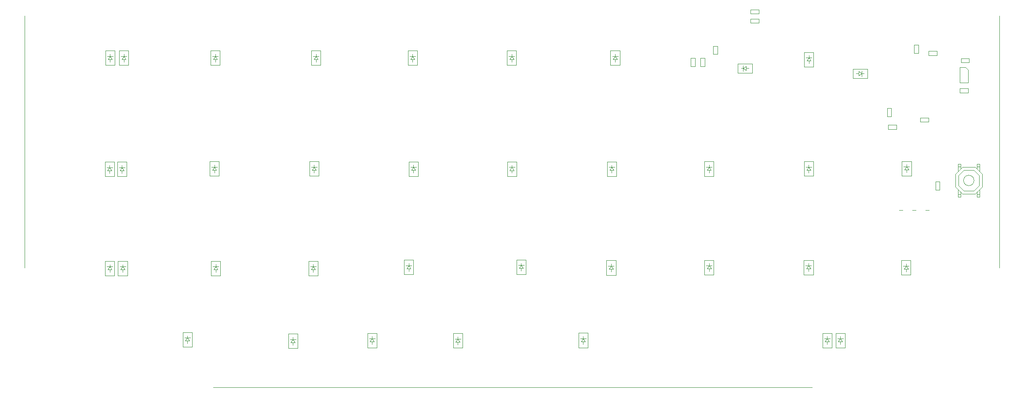
<source format=gbr>
G04 #@! TF.GenerationSoftware,KiCad,Pcbnew,(5.99.0-2555-g9cc6a77cc-dirty)*
G04 #@! TF.CreationDate,2020-09-08T07:39:35-05:00*
G04 #@! TF.ProjectId,_33,5f33332e-6b69-4636-9164-5f7063625858,rev?*
G04 #@! TF.SameCoordinates,Original*
G04 #@! TF.FileFunction,AssemblyDrawing,Bot*
%FSLAX46Y46*%
G04 Gerber Fmt 4.6, Leading zero omitted, Abs format (unit mm)*
G04 Created by KiCad (PCBNEW (5.99.0-2555-g9cc6a77cc-dirty)) date 2020-09-08 07:39:35*
%MOMM*%
%LPD*%
G01*
G04 APERTURE LIST*
G04 #@! TA.AperFunction,Profile*
%ADD10C,0.050000*%
G04 #@! TD*
G04 #@! TA.AperFunction,Profile*
%ADD11C,0.100000*%
G04 #@! TD*
%ADD12C,0.060000*%
%ADD13C,0.150000*%
%ADD14C,0.075000*%
%ADD15C,0.080000*%
%ADD16C,0.100000*%
G04 APERTURE END LIST*
D10*
X241750000Y-48140000D02*
G75*
G02*
X244000199Y-50390199I0J-2250199D02*
G01*
X182420000Y-48160000D02*
X97178803Y-48212991D02*
X227600000Y-121950000D02*
X216250000Y-121940000D02*
X84250000Y-121887009D02*
X72680000Y-121910000D02*
X207910222Y-121897009D02*
G75*
G02*
X216250000Y-121940000I4169778J-42991D02*
G01*
X72680000Y-121910000D02*
G75*
G02*
X70670000Y-119900000I0J2010000D02*
G01*
X231620000Y-100890000D02*
X241980000Y-100890000D02*
X241980000Y-100890000D02*
G75*
G03*
X243990000Y-98880000I0J2010000D02*
G01*
X229610000Y-119940000D02*
X229610000Y-102900000D02*
X231620000Y-100890000D02*
G75*
G03*
X229610000Y-102900000I0J-2010000D02*
G01*
X227600000Y-121950000D02*
G75*
G03*
X229610000Y-119940000I0J2010000D02*
G01*
X56289801Y-50410000D02*
G75*
G02*
X58540000Y-48159801I2250199J0D02*
G01*
D11*
X56290000Y-98880000D02*
X56289801Y-50410000D01*
D10*
X68660000Y-100890000D02*
G75*
G02*
X70670000Y-102900000I0J-2010000D02*
G01*
X211489778Y-48182991D02*
G75*
G02*
X203150000Y-48140000I-4169778J42991D02*
G01*
X58540000Y-48159801D02*
X88839025Y-48170000D02*
X84250000Y-121887009D02*
G75*
G02*
X92589778Y-121930000I4169778J-42991D02*
G01*
D11*
X244000199Y-50390199D02*
X243990000Y-98880000D01*
D10*
X58300000Y-100890000D02*
G75*
G02*
X56290000Y-98880000I0J2010000D02*
G01*
X182420000Y-48160000D02*
X182420000Y-45500000D02*
X241750000Y-48140000D02*
X211489778Y-48182991D02*
D11*
X207910222Y-121897009D02*
X92589778Y-121930000D01*
D10*
X68660000Y-100890000D02*
X58300000Y-100890000D02*
X182420000Y-45500000D02*
X193510000Y-45500000D02*
X97178803Y-48212991D02*
G75*
G02*
X88839025Y-48170000I-4169778J42991D02*
G01*
X70670000Y-119900000D02*
X70670000Y-102900000D02*
X193510000Y-45500000D02*
X193510000Y-48160000D02*
X193510000Y-48160000D02*
X203150000Y-48140000D02*
D12*
X231266666Y-57742857D02*
X231285714Y-57761904D02*
X231342857Y-57780952D02*
X231380952Y-57780952D02*
X231438095Y-57761904D02*
X231476190Y-57723809D02*
X231495238Y-57685714D02*
X231514285Y-57609523D02*
X231514285Y-57552380D02*
X231495238Y-57476190D02*
X231476190Y-57438095D02*
X231438095Y-57400000D02*
X231380952Y-57380952D02*
X231342857Y-57380952D02*
X231285714Y-57400000D02*
X231266666Y-57419047D02*
X230885714Y-57780952D02*
X231114285Y-57780952D02*
X231000000Y-57780952D02*
X231000000Y-57380952D02*
X231038095Y-57438095D02*
X231076190Y-57476190D02*
X231114285Y-57495238D02*
X237454166Y-59142857D02*
X237473214Y-59161904D02*
X237530357Y-59180952D02*
X237568452Y-59180952D02*
X237625595Y-59161904D02*
X237663690Y-59123809D02*
X237682738Y-59085714D02*
X237701785Y-59009523D02*
X237701785Y-58952380D02*
X237682738Y-58876190D02*
X237663690Y-58838095D02*
X237625595Y-58800000D02*
X237568452Y-58780952D02*
X237530357Y-58780952D02*
X237473214Y-58800000D02*
X237454166Y-58819047D02*
X237320833Y-58780952D02*
X237073214Y-58780952D02*
X237206547Y-58933333D02*
X237149404Y-58933333D02*
X237111309Y-58952380D02*
X237092261Y-58971428D02*
X237073214Y-59009523D02*
X237073214Y-59104761D02*
X237092261Y-59142857D02*
X237111309Y-59161904D02*
X237149404Y-59180952D02*
X237263690Y-59180952D02*
X237301785Y-59161904D02*
X237320833Y-59142857D02*
X228142857Y-56733333D02*
X228161904Y-56714285D02*
X228180952Y-56657142D02*
X228180952Y-56619047D02*
X228161904Y-56561904D02*
X228123809Y-56523809D02*
X228085714Y-56504761D02*
X228009523Y-56485714D02*
X227952380Y-56485714D02*
X227876190Y-56504761D02*
X227838095Y-56523809D02*
X227800000Y-56561904D02*
X227780952Y-56619047D02*
X227780952Y-56657142D02*
X227800000Y-56714285D02*
X227819047Y-56733333D02*
X227914285Y-57076190D02*
X228180952Y-57076190D02*
X227761904Y-56980952D02*
X228047619Y-56885714D02*
X228047619Y-57133333D02*
X237254166Y-64942857D02*
X237273214Y-64961904D02*
X237330357Y-64980952D02*
X237368452Y-64980952D02*
X237425595Y-64961904D02*
X237463690Y-64923809D02*
X237482738Y-64885714D02*
X237501785Y-64809523D02*
X237501785Y-64752380D02*
X237482738Y-64676190D02*
X237463690Y-64638095D02*
X237425595Y-64600000D02*
X237368452Y-64580952D02*
X237330357Y-64580952D02*
X237273214Y-64600000D02*
X237254166Y-64619047D02*
X236911309Y-64580952D02*
X236987500Y-64580952D02*
X237025595Y-64600000D02*
X237044642Y-64619047D02*
X237082738Y-64676190D02*
X237101785Y-64752380D02*
X237101785Y-64904761D02*
X237082738Y-64942857D02*
X237063690Y-64961904D02*
X237025595Y-64980952D02*
X236949404Y-64980952D02*
X236911309Y-64961904D02*
X236892261Y-64942857D02*
X236873214Y-64904761D02*
X236873214Y-64809523D02*
X236892261Y-64771428D02*
X236911309Y-64752380D02*
X236949404Y-64733333D02*
X237025595Y-64733333D02*
X237063690Y-64752380D02*
X237082738Y-64771428D02*
X237101785Y-64809523D02*
X222942857Y-68933333D02*
X222961904Y-68914285D02*
X222980952Y-68857142D02*
X222980952Y-68819047D02*
X222961904Y-68761904D02*
X222923809Y-68723809D02*
X222885714Y-68704761D02*
X222809523Y-68685714D02*
X222752380Y-68685714D02*
X222676190Y-68704761D02*
X222638095Y-68723809D02*
X222600000Y-68761904D02*
X222580952Y-68819047D02*
X222580952Y-68857142D02*
X222600000Y-68914285D02*
X222619047Y-68933333D02*
X222580952Y-69066666D02*
X222580952Y-69333333D02*
X222980952Y-69161904D02*
X223466666Y-71942857D02*
X223485714Y-71961904D02*
X223542857Y-71980952D02*
X223580952Y-71980952D02*
X223638095Y-71961904D02*
X223676190Y-71923809D02*
X223695238Y-71885714D02*
X223714285Y-71809523D02*
X223714285Y-71752380D02*
X223695238Y-71676190D02*
X223676190Y-71638095D02*
X223638095Y-71600000D02*
X223580952Y-71580952D02*
X223542857Y-71580952D02*
X223485714Y-71600000D02*
X223466666Y-71619047D02*
X223238095Y-71752380D02*
X223276190Y-71733333D02*
X223295238Y-71714285D02*
X223314285Y-71676190D02*
X223314285Y-71657142D02*
X223295238Y-71619047D02*
X223276190Y-71600000D02*
X223238095Y-71580952D02*
X223161904Y-71580952D02*
X223123809Y-71600000D02*
X223104761Y-71619047D02*
X223085714Y-71657142D02*
X223085714Y-71676190D02*
X223104761Y-71714285D02*
X223123809Y-71733333D02*
X223161904Y-71752380D02*
X223238095Y-71752380D02*
X223276190Y-71771428D02*
X223295238Y-71790476D02*
X223314285Y-71828571D02*
X223314285Y-71904761D02*
X223295238Y-71942857D02*
X223276190Y-71961904D02*
X223238095Y-71980952D02*
X223161904Y-71980952D02*
X223123809Y-71961904D02*
X223104761Y-71942857D02*
X223085714Y-71904761D02*
X223085714Y-71828571D02*
X223104761Y-71790476D02*
X223123809Y-71771428D02*
X223161904Y-71752380D02*
D13*
X166897619Y-81104285D02*
X167897619Y-81104285D02*
X167897619Y-80866190D02*
X167850000Y-80723333D02*
X167754761Y-80628095D02*
X167659523Y-80580476D02*
X167469047Y-80532857D02*
X167326190Y-80532857D02*
X167135714Y-80580476D02*
X167040476Y-80628095D02*
X166945238Y-80723333D02*
X166897619Y-80866190D02*
X166897619Y-81104285D02*
X167802380Y-80151904D02*
X167850000Y-80104285D02*
X167897619Y-80009047D02*
X167897619Y-79770952D02*
X167850000Y-79675714D02*
X167802380Y-79628095D02*
X167707142Y-79580476D02*
X167611904Y-79580476D02*
X167469047Y-79628095D02*
X166897619Y-80199523D02*
X166897619Y-79580476D02*
X167802380Y-79199523D02*
X167850000Y-79151904D02*
X167897619Y-79056666D02*
X167897619Y-78818571D02*
X167850000Y-78723333D02*
X167802380Y-78675714D02*
X167707142Y-78628095D02*
X167611904Y-78628095D02*
X167469047Y-78675714D02*
X166897619Y-79247142D02*
X166897619Y-78628095D02*
X185647619Y-100044285D02*
X186647619Y-100044285D02*
X186647619Y-99806190D02*
X186600000Y-99663333D02*
X186504761Y-99568095D02*
X186409523Y-99520476D02*
X186219047Y-99472857D02*
X186076190Y-99472857D02*
X185885714Y-99520476D02*
X185790476Y-99568095D02*
X185695238Y-99663333D02*
X185647619Y-99806190D02*
X185647619Y-100044285D02*
X186552380Y-99091904D02*
X186600000Y-99044285D02*
X186647619Y-98949047D02*
X186647619Y-98710952D02*
X186600000Y-98615714D02*
X186552380Y-98568095D02*
X186457142Y-98520476D02*
X186361904Y-98520476D02*
X186219047Y-98568095D02*
X185647619Y-99139523D02*
X185647619Y-98520476D02*
X186647619Y-97663333D02*
X186647619Y-97853809D02*
X186600000Y-97949047D02*
X186552380Y-97996666D02*
X186409523Y-98091904D02*
X186219047Y-98139523D02*
X185838095Y-98139523D02*
X185742857Y-98091904D02*
X185695238Y-98044285D02*
X185647619Y-97949047D02*
X185647619Y-97758571D02*
X185695238Y-97663333D02*
X185742857Y-97615714D02*
X185838095Y-97568095D02*
X186076190Y-97568095D02*
X186171428Y-97615714D02*
X186219047Y-97663333D02*
X186266666Y-97758571D02*
X186266666Y-97949047D02*
X186219047Y-98044285D02*
X186171428Y-98091904D02*
X186076190Y-98139523D02*
X147657619Y-81124285D02*
X148657619Y-81124285D02*
X148657619Y-80886190D02*
X148610000Y-80743333D02*
X148514761Y-80648095D02*
X148419523Y-80600476D02*
X148229047Y-80552857D02*
X148086190Y-80552857D02*
X147895714Y-80600476D02*
X147800476Y-80648095D02*
X147705238Y-80743333D02*
X147657619Y-80886190D02*
X147657619Y-81124285D02*
X148562380Y-80171904D02*
X148610000Y-80124285D02*
X148657619Y-80029047D02*
X148657619Y-79790952D02*
X148610000Y-79695714D02*
X148562380Y-79648095D02*
X148467142Y-79600476D02*
X148371904Y-79600476D02*
X148229047Y-79648095D02*
X147657619Y-80219523D02*
X147657619Y-79600476D02*
X148657619Y-78981428D02*
X148657619Y-78886190D02*
X148610000Y-78790952D02*
X148562380Y-78743333D02*
X148467142Y-78695714D02*
X148276666Y-78648095D02*
X148038571Y-78648095D02*
X147848095Y-78695714D02*
X147752857Y-78743333D02*
X147705238Y-78790952D02*
X147657619Y-78886190D02*
X147657619Y-78981428D02*
X147705238Y-79076666D02*
X147752857Y-79124285D02*
X147848095Y-79171904D02*
X148038571Y-79219523D02*
X148276666Y-79219523D02*
X148467142Y-79171904D02*
X148562380Y-79124285D02*
X148610000Y-79076666D02*
X148657619Y-78981428D02*
X167547619Y-59714285D02*
X168547619Y-59714285D02*
X168547619Y-59476190D02*
X168500000Y-59333333D02*
X168404761Y-59238095D02*
X168309523Y-59190476D02*
X168119047Y-59142857D02*
X167976190Y-59142857D02*
X167785714Y-59190476D02*
X167690476Y-59238095D02*
X167595238Y-59333333D02*
X167547619Y-59476190D02*
X167547619Y-59714285D02*
X168452380Y-58761904D02*
X168500000Y-58714285D02*
X168547619Y-58619047D02*
X168547619Y-58380952D02*
X168500000Y-58285714D02*
X168452380Y-58238095D02*
X168357142Y-58190476D02*
X168261904Y-58190476D02*
X168119047Y-58238095D02*
X167547619Y-58809523D02*
X167547619Y-58190476D02*
X167547619Y-57238095D02*
X167547619Y-57809523D02*
X167547619Y-57523809D02*
X168547619Y-57523809D02*
X168404761Y-57619047D02*
X168309523Y-57714285D02*
X168261904Y-57809523D02*
X109397619Y-100214285D02*
X110397619Y-100214285D02*
X110397619Y-99976190D02*
X110350000Y-99833333D02*
X110254761Y-99738095D02*
X110159523Y-99690476D02*
X109969047Y-99642857D02*
X109826190Y-99642857D02*
X109635714Y-99690476D02*
X109540476Y-99738095D02*
X109445238Y-99833333D02*
X109397619Y-99976190D02*
X109397619Y-100214285D02*
X109397619Y-98690476D02*
X109397619Y-99261904D02*
X109397619Y-98976190D02*
X110397619Y-98976190D02*
X110254761Y-99071428D02*
X110159523Y-99166666D02*
X110111904Y-99261904D02*
X110397619Y-98357142D02*
X110397619Y-97738095D02*
X110016666Y-98071428D02*
X110016666Y-97928571D02*
X109969047Y-97833333D02*
X109921428Y-97785714D02*
X109826190Y-97738095D02*
X109588095Y-97738095D02*
X109492857Y-97785714D02*
X109445238Y-97833333D02*
X109397619Y-97928571D02*
X109397619Y-98214285D02*
X109445238Y-98309523D02*
X109492857Y-98357142D02*
X210907619Y-114114285D02*
X211907619Y-114114285D02*
X211907619Y-113876190D02*
X211860000Y-113733333D02*
X211764761Y-113638095D02*
X211669523Y-113590476D02*
X211479047Y-113542857D02*
X211336190Y-113542857D02*
X211145714Y-113590476D02*
X211050476Y-113638095D02*
X210955238Y-113733333D02*
X210907619Y-113876190D02*
X210907619Y-114114285D02*
X211907619Y-113209523D02*
X211907619Y-112590476D02*
X211526666Y-112923809D02*
X211526666Y-112780952D02*
X211479047Y-112685714D02*
X211431428Y-112638095D02*
X211336190Y-112590476D02*
X211098095Y-112590476D02*
X211002857Y-112638095D02*
X210955238Y-112685714D02*
X210907619Y-112780952D02*
X210907619Y-113066666D02*
X210955238Y-113161904D02*
X211002857Y-113209523D02*
X211907619Y-111971428D02*
X211907619Y-111876190D02*
X211860000Y-111780952D02*
X211812380Y-111733333D02*
X211717142Y-111685714D02*
X211526666Y-111638095D02*
X211288571Y-111638095D02*
X211098095Y-111685714D02*
X211002857Y-111733333D02*
X210955238Y-111780952D02*
X210907619Y-111876190D02*
X210907619Y-111971428D02*
X210955238Y-112066666D02*
X211002857Y-112114285D02*
X211098095Y-112161904D02*
X211288571Y-112209523D02*
X211526666Y-112209523D02*
X211717142Y-112161904D02*
X211812380Y-112114285D02*
X211860000Y-112066666D02*
X211907619Y-111971428D02*
X185627619Y-81074285D02*
X186627619Y-81074285D02*
X186627619Y-80836190D02*
X186580000Y-80693333D02*
X186484761Y-80598095D02*
X186389523Y-80550476D02*
X186199047Y-80502857D02*
X186056190Y-80502857D02*
X185865714Y-80550476D02*
X185770476Y-80598095D02*
X185675238Y-80693333D02*
X185627619Y-80836190D02*
X185627619Y-81074285D02*
X186532380Y-80121904D02*
X186580000Y-80074285D02*
X186627619Y-79979047D02*
X186627619Y-79740952D02*
X186580000Y-79645714D02*
X186532380Y-79598095D02*
X186437142Y-79550476D02*
X186341904Y-79550476D02*
X186199047Y-79598095D02*
X185627619Y-80169523D02*
X185627619Y-79550476D02*
X186627619Y-78645714D02*
X186627619Y-79121904D02*
X186151428Y-79169523D02*
X186199047Y-79121904D02*
X186246666Y-79026666D02*
X186246666Y-78788571D02*
X186199047Y-78693333D02*
X186151428Y-78645714D02*
X186056190Y-78598095D02*
X185818095Y-78598095D02*
X185722857Y-78645714D02*
X185675238Y-78693333D02*
X185627619Y-78788571D02*
X185627619Y-79026666D02*
X185675238Y-79121904D02*
X185722857Y-79169523D02*
X147627619Y-59714285D02*
X148627619Y-59714285D02*
X148627619Y-59476190D02*
X148580000Y-59333333D02*
X148484761Y-59238095D02*
X148389523Y-59190476D02*
X148199047Y-59142857D02*
X148056190Y-59142857D02*
X147865714Y-59190476D02*
X147770476Y-59238095D02*
X147675238Y-59333333D02*
X147627619Y-59476190D02*
X147627619Y-59714285D02*
X147627619Y-58190476D02*
X147627619Y-58761904D02*
X147627619Y-58476190D02*
X148627619Y-58476190D02*
X148484761Y-58571428D02*
X148389523Y-58666666D02*
X148341904Y-58761904D02*
X147627619Y-57714285D02*
X147627619Y-57523809D02*
X147675238Y-57428571D02*
X147722857Y-57380952D02*
X147865714Y-57285714D02*
X148056190Y-57238095D02*
X148437142Y-57238095D02*
X148532380Y-57285714D02*
X148580000Y-57333333D02*
X148627619Y-57428571D02*
X148627619Y-57619047D02*
X148580000Y-57714285D02*
X148532380Y-57761904D02*
X148437142Y-57809523D02*
X148199047Y-57809523D02*
X148103809Y-57761904D02*
X148056190Y-57714285D02*
X148008571Y-57619047D02*
X148008571Y-57428571D02*
X148056190Y-57333333D02*
X148103809Y-57285714D02*
X148199047Y-57238095D02*
X149447619Y-99994285D02*
X150447619Y-99994285D02*
X150447619Y-99756190D02*
X150400000Y-99613333D02*
X150304761Y-99518095D02*
X150209523Y-99470476D02*
X150019047Y-99422857D02*
X149876190Y-99422857D02*
X149685714Y-99470476D02*
X149590476Y-99518095D02*
X149495238Y-99613333D02*
X149447619Y-99756190D02*
X149447619Y-99994285D02*
X149447619Y-98470476D02*
X149447619Y-99041904D02*
X149447619Y-98756190D02*
X150447619Y-98756190D02*
X150304761Y-98851428D02*
X150209523Y-98946666D02*
X150161904Y-99041904D02*
X150019047Y-97899047D02*
X150066666Y-97994285D02*
X150114285Y-98041904D02*
X150209523Y-98089523D02*
X150257142Y-98089523D02*
X150352380Y-98041904D02*
X150400000Y-97994285D02*
X150447619Y-97899047D02*
X150447619Y-97708571D02*
X150400000Y-97613333D02*
X150352380Y-97565714D02*
X150257142Y-97518095D02*
X150209523Y-97518095D02*
X150114285Y-97565714D02*
X150066666Y-97613333D02*
X150019047Y-97708571D02*
X150019047Y-97899047D02*
X149971428Y-97994285D02*
X149923809Y-98041904D02*
X149828571Y-98089523D02*
X149638095Y-98089523D02*
X149542857Y-98041904D02*
X149495238Y-97994285D02*
X149447619Y-97899047D02*
X149447619Y-97708571D02*
X149495238Y-97613333D02*
X149542857Y-97565714D02*
X149638095Y-97518095D02*
X149828571Y-97518095D02*
X149923809Y-97565714D02*
X149971428Y-97613333D02*
X150019047Y-97708571D02*
X223667619Y-81014285D02*
X224667619Y-81014285D02*
X224667619Y-80776190D02*
X224620000Y-80633333D02*
X224524761Y-80538095D02*
X224429523Y-80490476D02*
X224239047Y-80442857D02*
X224096190Y-80442857D02*
X223905714Y-80490476D02*
X223810476Y-80538095D02*
X223715238Y-80633333D02*
X223667619Y-80776190D02*
X223667619Y-81014285D02*
X224667619Y-80109523D02*
X224667619Y-79490476D02*
X224286666Y-79823809D02*
X224286666Y-79680952D02*
X224239047Y-79585714D02*
X224191428Y-79538095D02*
X224096190Y-79490476D02*
X223858095Y-79490476D02*
X223762857Y-79538095D02*
X223715238Y-79585714D02*
X223667619Y-79680952D02*
X223667619Y-79966666D02*
X223715238Y-80061904D02*
X223762857Y-80109523D02*
X224572380Y-79109523D02*
X224620000Y-79061904D02*
X224667619Y-78966666D02*
X224667619Y-78728571D02*
X224620000Y-78633333D02*
X224572380Y-78585714D02*
X224477142Y-78538095D02*
X224381904Y-78538095D02*
X224239047Y-78585714D02*
X223667619Y-79157142D02*
X223667619Y-78538095D02*
X90547619Y-59238095D02*
X91547619Y-59238095D02*
X91547619Y-59000000D02*
X91500000Y-58857142D02*
X91404761Y-58761904D02*
X91309523Y-58714285D02*
X91119047Y-58666666D02*
X90976190Y-58666666D02*
X90785714Y-58714285D02*
X90690476Y-58761904D02*
X90595238Y-58857142D02*
X90547619Y-59000000D02*
X90547619Y-59238095D02*
X91119047Y-58095238D02*
X91166666Y-58190476D02*
X91214285Y-58238095D02*
X91309523Y-58285714D02*
X91357142Y-58285714D02*
X91452380Y-58238095D02*
X91500000Y-58190476D02*
X91547619Y-58095238D02*
X91547619Y-57904761D02*
X91500000Y-57809523D02*
X91452380Y-57761904D02*
X91357142Y-57714285D02*
X91309523Y-57714285D02*
X91214285Y-57761904D02*
X91166666Y-57809523D02*
X91119047Y-57904761D02*
X91119047Y-58095238D02*
X91071428Y-58190476D02*
X91023809Y-58238095D02*
X90928571Y-58285714D02*
X90738095Y-58285714D02*
X90642857Y-58238095D02*
X90595238Y-58190476D02*
X90547619Y-58095238D02*
X90547619Y-57904761D02*
X90595238Y-57809523D02*
X90642857Y-57761904D02*
X90738095Y-57714285D02*
X90928571Y-57714285D02*
X91023809Y-57761904D02*
X91071428Y-57809523D02*
X91119047Y-57904761D02*
X223577619Y-100094285D02*
X224577619Y-100094285D02*
X224577619Y-99856190D02*
X224530000Y-99713333D02*
X224434761Y-99618095D02*
X224339523Y-99570476D02*
X224149047Y-99522857D02*
X224006190Y-99522857D02*
X223815714Y-99570476D02*
X223720476Y-99618095D02*
X223625238Y-99713333D02*
X223577619Y-99856190D02*
X223577619Y-100094285D02*
X224577619Y-99189523D02*
X224577619Y-98570476D02*
X224196666Y-98903809D02*
X224196666Y-98760952D02*
X224149047Y-98665714D02*
X224101428Y-98618095D02*
X224006190Y-98570476D02*
X223768095Y-98570476D02*
X223672857Y-98618095D02*
X223625238Y-98665714D02*
X223577619Y-98760952D02*
X223577619Y-99046666D02*
X223625238Y-99141904D02*
X223672857Y-99189523D02*
X224577619Y-98237142D02*
X224577619Y-97618095D02*
X224196666Y-97951428D02*
X224196666Y-97808571D02*
X224149047Y-97713333D02*
X224101428Y-97665714D02*
X224006190Y-97618095D02*
X223768095Y-97618095D02*
X223672857Y-97665714D02*
X223625238Y-97713333D02*
X223577619Y-97808571D02*
X223577619Y-98094285D02*
X223625238Y-98189523D02*
X223672857Y-98237142D02*
X204827619Y-81064285D02*
X205827619Y-81064285D02*
X205827619Y-80826190D02*
X205780000Y-80683333D02*
X205684761Y-80588095D02*
X205589523Y-80540476D02*
X205399047Y-80492857D02*
X205256190Y-80492857D02*
X205065714Y-80540476D02*
X204970476Y-80588095D02*
X204875238Y-80683333D02*
X204827619Y-80826190D02*
X204827619Y-81064285D02*
X205732380Y-80111904D02*
X205780000Y-80064285D02*
X205827619Y-79969047D02*
X205827619Y-79730952D02*
X205780000Y-79635714D02*
X205732380Y-79588095D02*
X205637142Y-79540476D02*
X205541904Y-79540476D02*
X205399047Y-79588095D02*
X204827619Y-80159523D02*
X204827619Y-79540476D02*
X205399047Y-78969047D02*
X205446666Y-79064285D02*
X205494285Y-79111904D02*
X205589523Y-79159523D02*
X205637142Y-79159523D02*
X205732380Y-79111904D02*
X205780000Y-79064285D02*
X205827619Y-78969047D02*
X205827619Y-78778571D02*
X205780000Y-78683333D02*
X205732380Y-78635714D02*
X205637142Y-78588095D02*
X205589523Y-78588095D02*
X205494285Y-78635714D02*
X205446666Y-78683333D02*
X205399047Y-78778571D02*
X205399047Y-78969047D02*
X205351428Y-79064285D02*
X205303809Y-79111904D02*
X205208571Y-79159523D02*
X205018095Y-79159523D02*
X204922857Y-79111904D02*
X204875238Y-79064285D02*
X204827619Y-78969047D02*
X204827619Y-78778571D02*
X204875238Y-78683333D02*
X204922857Y-78635714D02*
X205018095Y-78588095D02*
X205208571Y-78588095D02*
X205303809Y-78635714D02*
X205351428Y-78683333D02*
X205399047Y-78778571D02*
X196214285Y-62952380D02*
X196214285Y-61952380D02*
X195976190Y-61952380D02*
X195833333Y-62000000D02*
X195738095Y-62095238D02*
X195690476Y-62190476D02*
X195642857Y-62380952D02*
X195642857Y-62523809D02*
X195690476Y-62714285D02*
X195738095Y-62809523D02*
X195833333Y-62904761D02*
X195976190Y-62952380D02*
X196214285Y-62952380D02*
X195261904Y-62047619D02*
X195214285Y-62000000D02*
X195119047Y-61952380D02*
X194880952Y-61952380D02*
X194785714Y-62000000D02*
X194738095Y-62047619D02*
X194690476Y-62142857D02*
X194690476Y-62238095D02*
X194738095Y-62380952D02*
X195309523Y-62952380D02*
X194690476Y-62952380D02*
X193833333Y-62285714D02*
X193833333Y-62952380D02*
X194071428Y-61904761D02*
X194309523Y-62619047D02*
X193690476Y-62619047D02*
X73622380Y-98291904D02*
X72622380Y-98291904D02*
X72622380Y-98530000D02*
X72670000Y-98672857D02*
X72765238Y-98768095D02*
X72860476Y-98815714D02*
X73050952Y-98863333D02*
X73193809Y-98863333D02*
X73384285Y-98815714D02*
X73479523Y-98768095D02*
X73574761Y-98672857D02*
X73622380Y-98530000D02*
X73622380Y-98291904D02*
X72622380Y-99720476D02*
X72622380Y-99530000D02*
X72670000Y-99434761D02*
X72717619Y-99387142D02*
X72860476Y-99291904D02*
X73050952Y-99244285D02*
X73431904Y-99244285D02*
X73527142Y-99291904D02*
X73574761Y-99339523D02*
X73622380Y-99434761D02*
X73622380Y-99625238D02*
X73574761Y-99720476D02*
X73527142Y-99768095D02*
X73431904Y-99815714D02*
X73193809Y-99815714D02*
X73098571Y-99768095D02*
X73050952Y-99720476D02*
X73003333Y-99625238D02*
X73003333Y-99434761D02*
X73050952Y-99339523D02*
X73098571Y-99291904D02*
X73193809Y-99244285D02*
X137247619Y-114154285D02*
X138247619Y-114154285D02*
X138247619Y-113916190D02*
X138200000Y-113773333D02*
X138104761Y-113678095D02*
X138009523Y-113630476D02*
X137819047Y-113582857D02*
X137676190Y-113582857D02*
X137485714Y-113630476D02*
X137390476Y-113678095D02*
X137295238Y-113773333D02*
X137247619Y-113916190D02*
X137247619Y-114154285D02*
X137247619Y-112630476D02*
X137247619Y-113201904D02*
X137247619Y-112916190D02*
X138247619Y-112916190D02*
X138104761Y-113011428D02*
X138009523Y-113106666D02*
X137961904Y-113201904D02*
X138247619Y-112297142D02*
X138247619Y-111630476D02*
X137247619Y-112059047D02*
X109577619Y-81054285D02*
X110577619Y-81054285D02*
X110577619Y-80816190D02*
X110530000Y-80673333D02*
X110434761Y-80578095D02*
X110339523Y-80530476D02*
X110149047Y-80482857D02*
X110006190Y-80482857D02*
X109815714Y-80530476D02*
X109720476Y-80578095D02*
X109625238Y-80673333D02*
X109577619Y-80816190D02*
X109577619Y-81054285D02*
X109577619Y-79530476D02*
X109577619Y-80101904D02*
X109577619Y-79816190D02*
X110577619Y-79816190D02*
X110434761Y-79911428D02*
X110339523Y-80006666D02*
X110291904Y-80101904D02*
X110482380Y-79149523D02*
X110530000Y-79101904D02*
X110577619Y-79006666D02*
X110577619Y-78768571D02*
X110530000Y-78673333D02*
X110482380Y-78625714D02*
X110387142Y-78578095D02*
X110291904Y-78578095D02*
X110149047Y-78625714D02*
X109577619Y-79197142D02*
X109577619Y-78578095D02*
X128547619Y-59714285D02*
X129547619Y-59714285D02*
X129547619Y-59476190D02*
X129500000Y-59333333D02*
X129404761Y-59238095D02*
X129309523Y-59190476D02*
X129119047Y-59142857D02*
X128976190Y-59142857D02*
X128785714Y-59190476D02*
X128690476Y-59238095D02*
X128595238Y-59333333D02*
X128547619Y-59476190D02*
X128547619Y-59714285D02*
X128547619Y-58190476D02*
X128547619Y-58761904D02*
X128547619Y-58476190D02*
X129547619Y-58476190D02*
X129404761Y-58571428D02*
X129309523Y-58666666D02*
X129261904Y-58761904D02*
X129214285Y-57333333D02*
X128547619Y-57333333D02*
X129595238Y-57571428D02*
X128880952Y-57809523D02*
X128880952Y-57190476D02*
X127807619Y-100014285D02*
X128807619Y-100014285D02*
X128807619Y-99776190D02*
X128760000Y-99633333D02*
X128664761Y-99538095D02*
X128569523Y-99490476D02*
X128379047Y-99442857D02*
X128236190Y-99442857D02*
X128045714Y-99490476D02*
X127950476Y-99538095D02*
X127855238Y-99633333D02*
X127807619Y-99776190D02*
X127807619Y-100014285D02*
X127807619Y-98490476D02*
X127807619Y-99061904D02*
X127807619Y-98776190D02*
X128807619Y-98776190D02*
X128664761Y-98871428D02*
X128569523Y-98966666D02*
X128521904Y-99061904D02*
X128807619Y-97633333D02*
X128807619Y-97823809D02*
X128760000Y-97919047D02*
X128712380Y-97966666D02*
X128569523Y-98061904D02*
X128379047Y-98109523D02*
X127998095Y-98109523D02*
X127902857Y-98061904D02*
X127855238Y-98014285D02*
X127807619Y-97919047D02*
X127807619Y-97728571D02*
X127855238Y-97633333D02*
X127902857Y-97585714D02*
X127998095Y-97538095D02*
X128236190Y-97538095D02*
X128331428Y-97585714D02*
X128379047Y-97633333D02*
X128426666Y-97728571D02*
X128426666Y-97919047D02*
X128379047Y-98014285D02*
X128331428Y-98061904D02*
X128236190Y-98109523D02*
X128707619Y-81094285D02*
X129707619Y-81094285D02*
X129707619Y-80856190D02*
X129660000Y-80713333D02*
X129564761Y-80618095D02*
X129469523Y-80570476D02*
X129279047Y-80522857D02*
X129136190Y-80522857D02*
X128945714Y-80570476D02*
X128850476Y-80618095D02*
X128755238Y-80713333D02*
X128707619Y-80856190D02*
X128707619Y-81094285D02*
X128707619Y-79570476D02*
X128707619Y-80141904D02*
X128707619Y-79856190D02*
X129707619Y-79856190D02*
X129564761Y-79951428D02*
X129469523Y-80046666D02*
X129421904Y-80141904D02*
X129707619Y-78665714D02*
X129707619Y-79141904D02*
X129231428Y-79189523D02*
X129279047Y-79141904D02*
X129326666Y-79046666D02*
X129326666Y-78808571D02*
X129279047Y-78713333D02*
X129231428Y-78665714D02*
X129136190Y-78618095D02*
X128898095Y-78618095D02*
X128802857Y-78665714D02*
X128755238Y-78713333D02*
X128707619Y-78808571D02*
X128707619Y-79046666D02*
X128755238Y-79141904D02*
X128802857Y-79189523D02*
X218384285Y-59952380D02*
X218384285Y-58952380D02*
X218146190Y-58952380D02*
X218003333Y-59000000D02*
X217908095Y-59095238D02*
X217860476Y-59190476D02*
X217812857Y-59380952D02*
X217812857Y-59523809D02*
X217860476Y-59714285D02*
X217908095Y-59809523D02*
X218003333Y-59904761D02*
X218146190Y-59952380D02*
X218384285Y-59952380D02*
X217479523Y-58952380D02*
X216860476Y-58952380D02*
X217193809Y-59333333D02*
X217050952Y-59333333D02*
X216955714Y-59380952D02*
X216908095Y-59428571D02*
X216860476Y-59523809D02*
X216860476Y-59761904D02*
X216908095Y-59857142D02*
X216955714Y-59904761D02*
X217050952Y-59952380D02*
X217336666Y-59952380D02*
X217431904Y-59904761D02*
X217479523Y-59857142D02*
X215908095Y-59952380D02*
X216479523Y-59952380D02*
X216193809Y-59952380D02*
X216193809Y-58952380D02*
X216289047Y-59095238D02*
X216384285Y-59190476D02*
X216479523Y-59238095D02*
X90637619Y-100214285D02*
X91637619Y-100214285D02*
X91637619Y-99976190D02*
X91590000Y-99833333D02*
X91494761Y-99738095D02*
X91399523Y-99690476D02*
X91209047Y-99642857D02*
X91066190Y-99642857D02*
X90875714Y-99690476D02*
X90780476Y-99738095D02*
X90685238Y-99833333D02*
X90637619Y-99976190D02*
X90637619Y-100214285D02*
X90637619Y-98690476D02*
X90637619Y-99261904D02*
X90637619Y-98976190D02*
X91637619Y-98976190D02*
X91494761Y-99071428D02*
X91399523Y-99166666D02*
X91351904Y-99261904D02*
X91637619Y-98071428D02*
X91637619Y-97976190D02*
X91590000Y-97880952D02*
X91542380Y-97833333D02*
X91447142Y-97785714D02*
X91256666Y-97738095D02*
X91018571Y-97738095D02*
X90828095Y-97785714D02*
X90732857Y-97833333D02*
X90685238Y-97880952D02*
X90637619Y-97976190D02*
X90637619Y-98071428D02*
X90685238Y-98166666D02*
X90732857Y-98214285D02*
X90828095Y-98261904D02*
X91018571Y-98309523D02*
X91256666Y-98309523D02*
X91447142Y-98261904D02*
X91542380Y-98214285D02*
X91590000Y-98166666D02*
X91637619Y-98071428D02*
X70187619Y-80668095D02*
X71187619Y-80668095D02*
X71187619Y-80430000D02*
X71140000Y-80287142D02*
X71044761Y-80191904D02*
X70949523Y-80144285D02*
X70759047Y-80096666D02*
X70616190Y-80096666D02*
X70425714Y-80144285D02*
X70330476Y-80191904D02*
X70235238Y-80287142D02*
X70187619Y-80430000D02*
X70187619Y-80668095D02*
X71092380Y-79715714D02*
X71140000Y-79668095D02*
X71187619Y-79572857D02*
X71187619Y-79334761D02*
X71140000Y-79239523D02*
X71092380Y-79191904D02*
X70997142Y-79144285D02*
X70901904Y-79144285D02*
X70759047Y-79191904D02*
X70187619Y-79763333D02*
X70187619Y-79144285D02*
X109927619Y-59714285D02*
X110927619Y-59714285D02*
X110927619Y-59476190D02*
X110880000Y-59333333D02*
X110784761Y-59238095D02*
X110689523Y-59190476D02*
X110499047Y-59142857D02*
X110356190Y-59142857D02*
X110165714Y-59190476D02*
X110070476Y-59238095D02*
X109975238Y-59333333D02*
X109927619Y-59476190D02*
X109927619Y-59714285D02*
X109927619Y-58190476D02*
X109927619Y-58761904D02*
X109927619Y-58476190D02*
X110927619Y-58476190D02*
X110784761Y-58571428D02*
X110689523Y-58666666D02*
X110641904Y-58761904D02*
X109927619Y-57238095D02*
X109927619Y-57809523D02*
X109927619Y-57523809D02*
X110927619Y-57523809D02*
X110784761Y-57619047D02*
X110689523Y-57714285D02*
X110641904Y-57809523D02*
X204787619Y-100044285D02*
X205787619Y-100044285D02*
X205787619Y-99806190D02*
X205740000Y-99663333D02*
X205644761Y-99568095D02*
X205549523Y-99520476D02*
X205359047Y-99472857D02*
X205216190Y-99472857D02*
X205025714Y-99520476D02*
X204930476Y-99568095D02*
X204835238Y-99663333D02*
X204787619Y-99806190D02*
X204787619Y-100044285D02*
X205692380Y-99091904D02*
X205740000Y-99044285D02*
X205787619Y-98949047D02*
X205787619Y-98710952D02*
X205740000Y-98615714D02*
X205692380Y-98568095D02*
X205597142Y-98520476D02*
X205501904Y-98520476D02*
X205359047Y-98568095D02*
X204787619Y-99139523D02*
X204787619Y-98520476D02*
X204787619Y-98044285D02*
X204787619Y-97853809D02*
X204835238Y-97758571D02*
X204882857Y-97710952D02*
X205025714Y-97615714D02*
X205216190Y-97568095D02*
X205597142Y-97568095D02*
X205692380Y-97615714D02*
X205740000Y-97663333D02*
X205787619Y-97758571D02*
X205787619Y-97949047D02*
X205740000Y-98044285D02*
X205692380Y-98091904D02*
X205597142Y-98139523D02*
X205359047Y-98139523D02*
X205263809Y-98091904D02*
X205216190Y-98044285D02*
X205168571Y-97949047D02*
X205168571Y-97758571D02*
X205216190Y-97663333D02*
X205263809Y-97615714D02*
X205359047Y-97568095D02*
X90377619Y-80578095D02*
X91377619Y-80578095D02*
X91377619Y-80340000D02*
X91330000Y-80197142D02*
X91234761Y-80101904D02*
X91139523Y-80054285D02*
X90949047Y-80006666D02*
X90806190Y-80006666D02*
X90615714Y-80054285D02*
X90520476Y-80101904D02*
X90425238Y-80197142D02*
X90377619Y-80340000D02*
X90377619Y-80578095D02*
X90377619Y-79530476D02*
X90377619Y-79340000D02*
X90425238Y-79244761D02*
X90472857Y-79197142D02*
X90615714Y-79101904D02*
X90806190Y-79054285D02*
X91187142Y-79054285D02*
X91282380Y-79101904D02*
X91330000Y-79149523D02*
X91377619Y-79244761D02*
X91377619Y-79435238D02*
X91330000Y-79530476D02*
X91282380Y-79578095D02*
X91187142Y-79625714D02*
X90949047Y-79625714D02*
X90853809Y-79578095D02*
X90806190Y-79530476D02*
X90758571Y-79435238D02*
X90758571Y-79244761D02*
X90806190Y-79149523D02*
X90853809Y-79101904D02*
X90949047Y-79054285D02*
X70297619Y-59238095D02*
X71297619Y-59238095D02*
X71297619Y-59000000D02*
X71250000Y-58857142D02*
X71154761Y-58761904D02*
X71059523Y-58714285D02*
X70869047Y-58666666D02*
X70726190Y-58666666D02*
X70535714Y-58714285D02*
X70440476Y-58761904D02*
X70345238Y-58857142D02*
X70297619Y-59000000D02*
X70297619Y-59238095D02*
X70297619Y-57714285D02*
X70297619Y-58285714D02*
X70297619Y-58000000D02*
X71297619Y-58000000D02*
X71154761Y-58095238D02*
X71059523Y-58190476D02*
X71011904Y-58285714D02*
X70237619Y-99768095D02*
X71237619Y-99768095D02*
X71237619Y-99530000D02*
X71190000Y-99387142D02*
X71094761Y-99291904D02*
X70999523Y-99244285D02*
X70809047Y-99196666D02*
X70666190Y-99196666D02*
X70475714Y-99244285D02*
X70380476Y-99291904D02*
X70285238Y-99387142D02*
X70237619Y-99530000D02*
X70237619Y-99768095D02*
X71237619Y-98863333D02*
X71237619Y-98244285D02*
X70856666Y-98577619D02*
X70856666Y-98434761D02*
X70809047Y-98339523D02*
X70761428Y-98291904D02*
X70666190Y-98244285D02*
X70428095Y-98244285D02*
X70332857Y-98291904D02*
X70285238Y-98339523D02*
X70237619Y-98434761D02*
X70237619Y-98720476D02*
X70285238Y-98815714D02*
X70332857Y-98863333D02*
X85177619Y-113488095D02*
X86177619Y-113488095D02*
X86177619Y-113250000D02*
X86130000Y-113107142D02*
X86034761Y-113011904D02*
X85939523Y-112964285D02*
X85749047Y-112916666D02*
X85606190Y-112916666D02*
X85415714Y-112964285D02*
X85320476Y-113011904D02*
X85225238Y-113107142D02*
X85177619Y-113250000D02*
X85177619Y-113488095D02*
X86177619Y-112583333D02*
X86177619Y-111916666D02*
X85177619Y-112345238D02*
X72567619Y-80668095D02*
X73567619Y-80668095D02*
X73567619Y-80430000D02*
X73520000Y-80287142D02*
X73424761Y-80191904D02*
X73329523Y-80144285D02*
X73139047Y-80096666D02*
X72996190Y-80096666D02*
X72805714Y-80144285D02*
X72710476Y-80191904D02*
X72615238Y-80287142D02*
X72567619Y-80430000D02*
X72567619Y-80668095D02*
X73567619Y-79191904D02*
X73567619Y-79668095D02*
X73091428Y-79715714D02*
X73139047Y-79668095D02*
X73186666Y-79572857D02*
X73186666Y-79334761D02*
X73139047Y-79239523D02*
X73091428Y-79191904D02*
X72996190Y-79144285D02*
X72758095Y-79144285D02*
X72662857Y-79191904D02*
X72615238Y-79239523D02*
X72567619Y-79334761D02*
X72567619Y-79572857D02*
X72615238Y-79668095D02*
X72662857Y-79715714D02*
X72927619Y-59238095D02*
X73927619Y-59238095D02*
X73927619Y-59000000D02*
X73880000Y-58857142D02*
X73784761Y-58761904D02*
X73689523Y-58714285D02*
X73499047Y-58666666D02*
X73356190Y-58666666D02*
X73165714Y-58714285D02*
X73070476Y-58761904D02*
X72975238Y-58857142D02*
X72927619Y-59000000D02*
X72927619Y-59238095D02*
X73594285Y-57809523D02*
X72927619Y-57809523D02*
X73975238Y-58047619D02*
X73260952Y-58285714D02*
X73260952Y-57666666D02*
X166777619Y-100124285D02*
X167777619Y-100124285D02*
X167777619Y-99886190D02*
X167730000Y-99743333D02*
X167634761Y-99648095D02*
X167539523Y-99600476D02*
X167349047Y-99552857D02*
X167206190Y-99552857D02*
X167015714Y-99600476D02*
X166920476Y-99648095D02*
X166825238Y-99743333D02*
X166777619Y-99886190D02*
X166777619Y-100124285D02*
X167682380Y-99171904D02*
X167730000Y-99124285D02*
X167777619Y-99029047D02*
X167777619Y-98790952D02*
X167730000Y-98695714D02*
X167682380Y-98648095D02*
X167587142Y-98600476D02*
X167491904Y-98600476D02*
X167349047Y-98648095D02*
X166777619Y-99219523D02*
X166777619Y-98600476D02*
X167777619Y-98267142D02*
X167777619Y-97648095D02*
X167396666Y-97981428D02*
X167396666Y-97838571D02*
X167349047Y-97743333D02*
X167301428Y-97695714D02*
X167206190Y-97648095D02*
X166968095Y-97648095D02*
X166872857Y-97695714D02*
X166825238Y-97743333D02*
X166777619Y-97838571D02*
X166777619Y-98124285D02*
X166825238Y-98219523D02*
X166872857Y-98267142D02*
D12*
X185170952Y-59293333D02*
X184980476Y-59160000D02*
X185170952Y-59064761D02*
X184770952Y-59064761D02*
X184770952Y-59217142D02*
X184790000Y-59255238D02*
X184809047Y-59274285D02*
X184847142Y-59293333D02*
X184904285Y-59293333D02*
X184942380Y-59274285D02*
X184961428Y-59255238D02*
X184980476Y-59217142D02*
X184980476Y-59064761D02*
X185170952Y-59674285D02*
X185170952Y-59445714D02*
X185170952Y-59560000D02*
X184770952Y-59560000D02*
X184828095Y-59521904D02*
X184866190Y-59483809D02*
X184885238Y-59445714D02*
X187010952Y-59253333D02*
X186820476Y-59120000D02*
X187010952Y-59024761D02*
X186610952Y-59024761D02*
X186610952Y-59177142D02*
X186630000Y-59215238D02*
X186649047Y-59234285D02*
X186687142Y-59253333D02*
X186744285Y-59253333D02*
X186782380Y-59234285D02*
X186801428Y-59215238D02*
X186820476Y-59177142D02*
X186820476Y-59024761D02*
X186649047Y-59405714D02*
X186630000Y-59424761D02*
X186610952Y-59462857D02*
X186610952Y-59558095D02*
X186630000Y-59596190D02*
X186649047Y-59615238D02*
X186687142Y-59634285D02*
X186725238Y-59634285D02*
X186782380Y-59615238D02*
X187010952Y-59386666D02*
X187010952Y-59634285D02*
X232280952Y-83033333D02*
X232090476Y-82900000D02*
X232280952Y-82804761D02*
X231880952Y-82804761D02*
X231880952Y-82957142D02*
X231900000Y-82995238D02*
X231919047Y-83014285D02*
X231957142Y-83033333D02*
X232014285Y-83033333D02*
X232052380Y-83014285D02*
X232071428Y-82995238D02*
X232090476Y-82957142D02*
X232090476Y-82804761D02*
X231880952Y-83166666D02*
X231880952Y-83414285D02*
X232033333Y-83280952D02*
X232033333Y-83338095D02*
X232052380Y-83376190D02*
X232071428Y-83395238D02*
X232109523Y-83414285D02*
X232204761Y-83414285D02*
X232242857Y-83395238D02*
X232261904Y-83376190D02*
X232280952Y-83338095D02*
X232280952Y-83223809D02*
X232261904Y-83185714D02*
X232242857Y-83166666D02*
X196969166Y-51550952D02*
X197102500Y-51360476D02*
X197197738Y-51550952D02*
X197197738Y-51150952D02*
X197045357Y-51150952D02*
X197007261Y-51170000D02*
X196988214Y-51189047D02*
X196969166Y-51227142D02*
X196969166Y-51284285D02*
X196988214Y-51322380D02*
X197007261Y-51341428D02*
X197045357Y-51360476D02*
X197197738Y-51360476D02*
X196626309Y-51284285D02*
X196626309Y-51550952D02*
X196721547Y-51131904D02*
X196816785Y-51417619D02*
X196569166Y-51417619D02*
X196929166Y-49790952D02*
X197062500Y-49600476D02*
X197157738Y-49790952D02*
X197157738Y-49390952D02*
X197005357Y-49390952D02*
X196967261Y-49410000D02*
X196948214Y-49429047D02*
X196929166Y-49467142D02*
X196929166Y-49524285D02*
X196948214Y-49562380D02*
X196967261Y-49581428D02*
X197005357Y-49600476D02*
X197157738Y-49600476D02*
X196567261Y-49390952D02*
X196757738Y-49390952D02*
X196776785Y-49581428D02*
X196757738Y-49562380D02*
X196719642Y-49543333D02*
X196624404Y-49543333D02*
X196586309Y-49562380D02*
X196567261Y-49581428D02*
X196548214Y-49619523D02*
X196548214Y-49714761D02*
X196567261Y-49752857D02*
X196586309Y-49771904D02*
X196624404Y-49790952D02*
X196719642Y-49790952D02*
X196757738Y-49771904D02*
X196776785Y-49752857D02*
X229654166Y-70580952D02*
X229787500Y-70390476D02*
X229882738Y-70580952D02*
X229882738Y-70180952D02*
X229730357Y-70180952D02*
X229692261Y-70200000D02*
X229673214Y-70219047D02*
X229654166Y-70257142D02*
X229654166Y-70314285D02*
X229673214Y-70352380D02*
X229692261Y-70371428D02*
X229730357Y-70390476D02*
X229882738Y-70390476D02*
X229311309Y-70180952D02*
X229387500Y-70180952D02*
X229425595Y-70200000D02*
X229444642Y-70219047D02*
X229482738Y-70276190D02*
X229501785Y-70352380D02*
X229501785Y-70504761D02*
X229482738Y-70542857D02*
X229463690Y-70561904D02*
X229425595Y-70580952D02*
X229349404Y-70580952D02*
X229311309Y-70561904D02*
X229292261Y-70542857D02*
X229273214Y-70504761D02*
X229273214Y-70409523D02*
X229292261Y-70371428D02*
X229311309Y-70352380D02*
X229349404Y-70333333D02*
X229425595Y-70333333D02*
X229463690Y-70352380D02*
X229482738Y-70371428D02*
X229501785Y-70409523D02*
D14*
X238302380Y-81433333D02*
X238326190Y-81504761D02*
X238326190Y-81623809D02*
X238302380Y-81671428D02*
X238278571Y-81695238D02*
X238230952Y-81719047D02*
X238183333Y-81719047D02*
X238135714Y-81695238D02*
X238111904Y-81671428D02*
X238088095Y-81623809D02*
X238064285Y-81528571D02*
X238040476Y-81480952D02*
X238016666Y-81457142D02*
X237969047Y-81433333D02*
X237921428Y-81433333D02*
X237873809Y-81457142D02*
X237850000Y-81480952D02*
X237826190Y-81528571D02*
X237826190Y-81647619D02*
X237850000Y-81719047D02*
X237826190Y-81885714D02*
X238326190Y-82004761D02*
X237969047Y-82100000D02*
X238326190Y-82195238D02*
X237826190Y-82314285D02*
X238326190Y-82766666D02*
X238326190Y-82480952D02*
X238326190Y-82623809D02*
X237826190Y-82623809D02*
X237897619Y-82576190D02*
X237945238Y-82528571D02*
X237969047Y-82480952D02*
D13*
X204847619Y-60014285D02*
X205847619Y-60014285D02*
X205847619Y-59776190D02*
X205800000Y-59633333D02*
X205704761Y-59538095D02*
X205609523Y-59490476D02*
X205419047Y-59442857D02*
X205276190Y-59442857D02*
X205085714Y-59490476D02*
X204990476Y-59538095D02*
X204895238Y-59633333D02*
X204847619Y-59776190D02*
X204847619Y-60014285D02*
X205752380Y-59061904D02*
X205800000Y-59014285D02*
X205847619Y-58919047D02*
X205847619Y-58680952D02*
X205800000Y-58585714D02*
X205752380Y-58538095D02*
X205657142Y-58490476D02*
X205561904Y-58490476D02*
X205419047Y-58538095D02*
X204847619Y-59109523D02*
X204847619Y-58490476D02*
X205847619Y-58157142D02*
X205847619Y-57490476D02*
X204847619Y-57919047D02*
D15*
X237135714Y-61614285D02*
X237421428Y-61614285D02*
X236821428Y-61414285D02*
X237135714Y-61614285D02*
X236821428Y-61814285D02*
X237421428Y-62328571D02*
X237421428Y-61985714D02*
X237421428Y-62157142D02*
X236821428Y-62157142D02*
X236907142Y-62100000D02*
X236964285Y-62042857D02*
X236992857Y-61985714D02*
D12*
X190741428Y-56446666D02*
X190741428Y-56313333D02*
X190950952Y-56313333D02*
X190550952Y-56313333D02*
X190550952Y-56503809D02*
X190950952Y-56865714D02*
X190950952Y-56637142D02*
X190950952Y-56751428D02*
X190550952Y-56751428D02*
X190608095Y-56713333D02*
X190646190Y-56675238D02*
X190665238Y-56637142D02*
D13*
X120737619Y-114114285D02*
X121737619Y-114114285D02*
X121737619Y-113876190D02*
X121690000Y-113733333D02*
X121594761Y-113638095D02*
X121499523Y-113590476D02*
X121309047Y-113542857D02*
X121166190Y-113542857D02*
X120975714Y-113590476D02*
X120880476Y-113638095D02*
X120785238Y-113733333D02*
X120737619Y-113876190D02*
X120737619Y-114114285D02*
X121737619Y-113209523D02*
X121737619Y-112590476D02*
X121356666Y-112923809D02*
X121356666Y-112780952D02*
X121309047Y-112685714D02*
X121261428Y-112638095D02*
X121166190Y-112590476D02*
X120928095Y-112590476D02*
X120832857Y-112638095D02*
X120785238Y-112685714D02*
X120737619Y-112780952D02*
X120737619Y-113066666D02*
X120785238Y-113161904D02*
X120832857Y-113209523D02*
X121404285Y-111733333D02*
X120737619Y-111733333D02*
X121785238Y-111971428D02*
X121070952Y-112209523D02*
X121070952Y-111590476D02*
X208367619Y-114114285D02*
X209367619Y-114114285D02*
X209367619Y-113876190D02*
X209320000Y-113733333D02*
X209224761Y-113638095D02*
X209129523Y-113590476D02*
X208939047Y-113542857D02*
X208796190Y-113542857D02*
X208605714Y-113590476D02*
X208510476Y-113638095D02*
X208415238Y-113733333D02*
X208367619Y-113876190D02*
X208367619Y-114114285D02*
X209367619Y-113209523D02*
X209367619Y-112590476D02*
X208986666Y-112923809D02*
X208986666Y-112780952D02*
X208939047Y-112685714D02*
X208891428Y-112638095D02*
X208796190Y-112590476D02*
X208558095Y-112590476D02*
X208462857Y-112638095D02*
X208415238Y-112685714D02*
X208367619Y-112780952D02*
X208367619Y-113066666D02*
X208415238Y-113161904D02*
X208462857Y-113209523D02*
X209367619Y-111685714D02*
X209367619Y-112161904D02*
X208891428Y-112209523D02*
X208939047Y-112161904D02*
X208986666Y-112066666D02*
X208986666Y-111828571D02*
X208939047Y-111733333D02*
X208891428Y-111685714D02*
X208796190Y-111638095D02*
X208558095Y-111638095D02*
X208462857Y-111685714D02*
X208415238Y-111733333D02*
X208367619Y-111828571D02*
X208367619Y-112066666D02*
X208415238Y-112161904D02*
X208462857Y-112209523D02*
X105497619Y-114244285D02*
X106497619Y-114244285D02*
X106497619Y-114006190D02*
X106450000Y-113863333D02*
X106354761Y-113768095D02*
X106259523Y-113720476D02*
X106069047Y-113672857D02*
X105926190Y-113672857D02*
X105735714Y-113720476D02*
X105640476Y-113768095D02*
X105545238Y-113863333D02*
X105497619Y-114006190D02*
X105497619Y-114244285D02*
X106497619Y-113339523D02*
X106497619Y-112720476D02*
X106116666Y-113053809D02*
X106116666Y-112910952D02*
X106069047Y-112815714D02*
X106021428Y-112768095D02*
X105926190Y-112720476D02*
X105688095Y-112720476D02*
X105592857Y-112768095D02*
X105545238Y-112815714D02*
X105497619Y-112910952D02*
X105497619Y-113196666D02*
X105545238Y-113291904D02*
X105592857Y-113339523D02*
X106497619Y-112387142D02*
X106497619Y-111720476D02*
X105497619Y-112149047D02*
X229961904Y-63452380D02*
X229961904Y-64261904D02*
X229914285Y-64357142D02*
X229866666Y-64404761D02*
X229771428Y-64452380D02*
X229580952Y-64452380D02*
X229485714Y-64404761D02*
X229438095Y-64357142D02*
X229390476Y-64261904D02*
X229390476Y-63452380D02*
X228961904Y-63547619D02*
X228914285Y-63500000D02*
X228819047Y-63452380D02*
X228580952Y-63452380D02*
X228485714Y-63500000D02*
X228438095Y-63547619D02*
X228390476Y-63642857D02*
X228390476Y-63738095D02*
X228438095Y-63880952D02*
X229009523Y-64452380D02*
X228390476Y-64452380D02*
X161390825Y-114095593D02*
X162390825Y-114095593D02*
X162390825Y-113857498D02*
X162343206Y-113714641D02*
X162247967Y-113619403D02*
X162152729Y-113571784D02*
X161962253Y-113524165D02*
X161819396Y-113524165D02*
X161628920Y-113571784D02*
X161533682Y-113619403D02*
X161438444Y-113714641D02*
X161390825Y-113857498D02*
X161390825Y-114095593D02*
X162390825Y-113190831D02*
X162390825Y-112571784D02*
X162009872Y-112905117D02*
X162009872Y-112762260D02*
X161962253Y-112667022D02*
X161914634Y-112619403D02*
X161819396Y-112571784D02*
X161581301Y-112571784D02*
X161486063Y-112619403D02*
X161438444Y-112667022D02*
X161390825Y-112762260D02*
X161390825Y-113047974D02*
X161438444Y-113143212D02*
X161486063Y-113190831D02*
X162390825Y-111714641D02*
X162390825Y-111905117D02*
X162343206Y-112000355D02*
X162295586Y-112047974D02*
X162152729Y-112143212D02*
X161962253Y-112190831D02*
X161581301Y-112190831D02*
X161486063Y-112143212D02*
X161438444Y-112095593D02*
X161390825Y-112000355D02*
X161390825Y-111809879D02*
X161438444Y-111714641D02*
X161486063Y-111667022D02*
X161581301Y-111619403D02*
X161819396Y-111619403D02*
X161914634Y-111667022D02*
X161962253Y-111714641D02*
X162009872Y-111809879D02*
X162009872Y-112000355D02*
X161962253Y-112095593D02*
X161914634Y-112143212D02*
X161819396Y-112190831D02*
D16*
X230400000Y-58000000D02*
X232000000Y-58000000D01*
X232000000Y-58000000D02*
X232000000Y-57200000D01*
X230400000Y-57200000D02*
X230400000Y-58000000D01*
X232000000Y-57200000D02*
X230400000Y-57200000D01*
X238187500Y-58600000D02*
X236587500Y-58600000D01*
X236587500Y-58600000D02*
X236587500Y-59400000D01*
X236587500Y-59400000D02*
X238187500Y-59400000D01*
X238187500Y-59400000D02*
X238187500Y-58600000D01*
X227600000Y-57600000D02*
X228400000Y-57600000D01*
X228400000Y-57600000D02*
X228400000Y-56000000D01*
X227600000Y-56000000D02*
X227600000Y-57600000D01*
X228400000Y-56000000D02*
X227600000Y-56000000D01*
X237987500Y-64400000D02*
X236387500Y-64400000D01*
X236387500Y-65200000D02*
X237987500Y-65200000D01*
X236387500Y-64400000D02*
X236387500Y-65200000D01*
X237987500Y-65200000D02*
X237987500Y-64400000D01*
X222400000Y-68200000D02*
X222400000Y-69800000D01*
X222400000Y-69800000D02*
X223200000Y-69800000D01*
X223200000Y-68200000D02*
X222400000Y-68200000D01*
X223200000Y-69800000D02*
X223200000Y-68200000D01*
X224200000Y-72200000D02*
X224200000Y-71400000D01*
X222600000Y-71400000D02*
X222600000Y-72200000D01*
X222600000Y-72200000D02*
X224200000Y-72200000D01*
X224200000Y-71400000D02*
X222600000Y-71400000D01*
X170250000Y-81290000D02*
X170250000Y-78490000D01*
X169750000Y-80140000D02*
X169350000Y-79540000D01*
X168950000Y-80140000D02*
X169750000Y-80140000D01*
X170250000Y-78490000D02*
X168450000Y-78490000D01*
X169350000Y-80140000D02*
X169350000Y-80640000D01*
X168450000Y-81290000D02*
X170250000Y-81290000D01*
X168450000Y-78490000D02*
X168450000Y-81290000D01*
X169350000Y-79540000D02*
X168800000Y-79540000D01*
X169350000Y-79140000D02*
X169350000Y-79540000D01*
X169350000Y-79540000D02*
X168950000Y-80140000D01*
X169350000Y-79540000D02*
X169900000Y-79540000D01*
X189000000Y-100230000D02*
X189000000Y-97430000D01*
X188500000Y-99080000D02*
X188100000Y-98480000D01*
X187700000Y-99080000D02*
X188500000Y-99080000D01*
X189000000Y-97430000D02*
X187200000Y-97430000D01*
X188100000Y-99080000D02*
X188100000Y-99580000D01*
X187200000Y-100230000D02*
X189000000Y-100230000D01*
X187200000Y-97430000D02*
X187200000Y-100230000D01*
X188100000Y-98480000D02*
X187550000Y-98480000D01*
X188100000Y-98080000D02*
X188100000Y-98480000D01*
X188100000Y-98480000D02*
X187700000Y-99080000D01*
X188100000Y-98480000D02*
X188650000Y-98480000D01*
X151010000Y-81310000D02*
X151010000Y-78510000D01*
X150510000Y-80160000D02*
X150110000Y-79560000D01*
X149710000Y-80160000D02*
X150510000Y-80160000D01*
X151010000Y-78510000D02*
X149210000Y-78510000D01*
X150110000Y-80160000D02*
X150110000Y-80660000D01*
X149210000Y-81310000D02*
X151010000Y-81310000D01*
X149210000Y-78510000D02*
X149210000Y-81310000D01*
X150110000Y-79560000D02*
X149560000Y-79560000D01*
X150110000Y-79160000D02*
X150110000Y-79560000D01*
X150110000Y-79560000D02*
X149710000Y-80160000D01*
X150110000Y-79560000D02*
X150660000Y-79560000D01*
X170900000Y-59900000D02*
X170900000Y-57100000D01*
X170400000Y-58750000D02*
X170000000Y-58150000D01*
X169600000Y-58750000D02*
X170400000Y-58750000D01*
X170900000Y-57100000D02*
X169100000Y-57100000D01*
X170000000Y-58750000D02*
X170000000Y-59250000D01*
X169100000Y-59900000D02*
X170900000Y-59900000D01*
X169100000Y-57100000D02*
X169100000Y-59900000D01*
X170000000Y-58150000D02*
X169450000Y-58150000D01*
X170000000Y-57750000D02*
X170000000Y-58150000D01*
X170000000Y-58150000D02*
X169600000Y-58750000D01*
X170000000Y-58150000D02*
X170550000Y-58150000D01*
X112750000Y-100400000D02*
X112750000Y-97600000D01*
X112250000Y-99250000D02*
X111850000Y-98650000D01*
X111450000Y-99250000D02*
X112250000Y-99250000D01*
X112750000Y-97600000D02*
X110950000Y-97600000D01*
X111850000Y-99250000D02*
X111850000Y-99750000D01*
X110950000Y-100400000D02*
X112750000Y-100400000D01*
X110950000Y-97600000D02*
X110950000Y-100400000D01*
X111850000Y-98650000D02*
X111300000Y-98650000D01*
X111850000Y-98250000D02*
X111850000Y-98650000D01*
X111850000Y-98650000D02*
X111450000Y-99250000D01*
X111850000Y-98650000D02*
X112400000Y-98650000D01*
X214260000Y-114300000D02*
X214260000Y-111500000D01*
X213760000Y-113150000D02*
X213360000Y-112550000D01*
X212960000Y-113150000D02*
X213760000Y-113150000D01*
X214260000Y-111500000D02*
X212460000Y-111500000D01*
X213360000Y-113150000D02*
X213360000Y-113650000D01*
X212460000Y-114300000D02*
X214260000Y-114300000D01*
X212460000Y-111500000D02*
X212460000Y-114300000D01*
X213360000Y-112550000D02*
X212810000Y-112550000D01*
X213360000Y-112150000D02*
X213360000Y-112550000D01*
X213360000Y-112550000D02*
X212960000Y-113150000D01*
X213360000Y-112550000D02*
X213910000Y-112550000D01*
X188980000Y-81260000D02*
X188980000Y-78460000D01*
X188480000Y-80110000D02*
X188080000Y-79510000D01*
X187680000Y-80110000D02*
X188480000Y-80110000D01*
X188980000Y-78460000D02*
X187180000Y-78460000D01*
X188080000Y-80110000D02*
X188080000Y-80610000D01*
X187180000Y-81260000D02*
X188980000Y-81260000D01*
X187180000Y-78460000D02*
X187180000Y-81260000D01*
X188080000Y-79510000D02*
X187530000Y-79510000D01*
X188080000Y-79110000D02*
X188080000Y-79510000D01*
X188080000Y-79510000D02*
X187680000Y-80110000D01*
X188080000Y-79510000D02*
X188630000Y-79510000D01*
X150980000Y-59900000D02*
X150980000Y-57100000D01*
X150480000Y-58750000D02*
X150080000Y-58150000D01*
X149680000Y-58750000D02*
X150480000Y-58750000D01*
X150980000Y-57100000D02*
X149180000Y-57100000D01*
X150080000Y-58750000D02*
X150080000Y-59250000D01*
X149180000Y-59900000D02*
X150980000Y-59900000D01*
X149180000Y-57100000D02*
X149180000Y-59900000D01*
X150080000Y-58150000D02*
X149530000Y-58150000D01*
X150080000Y-57750000D02*
X150080000Y-58150000D01*
X150080000Y-58150000D02*
X149680000Y-58750000D01*
X150080000Y-58150000D02*
X150630000Y-58150000D01*
X152800000Y-100180000D02*
X152800000Y-97380000D01*
X152300000Y-99030000D02*
X151900000Y-98430000D01*
X151500000Y-99030000D02*
X152300000Y-99030000D01*
X152800000Y-97380000D02*
X151000000Y-97380000D01*
X151900000Y-99030000D02*
X151900000Y-99530000D01*
X151000000Y-100180000D02*
X152800000Y-100180000D01*
X151000000Y-97380000D02*
X151000000Y-100180000D01*
X151900000Y-98430000D02*
X151350000Y-98430000D01*
X151900000Y-98030000D02*
X151900000Y-98430000D01*
X151900000Y-98430000D02*
X151500000Y-99030000D01*
X151900000Y-98430000D02*
X152450000Y-98430000D01*
X227020000Y-81200000D02*
X227020000Y-78400000D01*
X226520000Y-80050000D02*
X226120000Y-79450000D01*
X225720000Y-80050000D02*
X226520000Y-80050000D01*
X227020000Y-78400000D02*
X225220000Y-78400000D01*
X226120000Y-80050000D02*
X226120000Y-80550000D01*
X225220000Y-81200000D02*
X227020000Y-81200000D01*
X225220000Y-78400000D02*
X225220000Y-81200000D01*
X226120000Y-79450000D02*
X225570000Y-79450000D01*
X226120000Y-79050000D02*
X226120000Y-79450000D01*
X226120000Y-79450000D02*
X225720000Y-80050000D01*
X226120000Y-79450000D02*
X226670000Y-79450000D01*
X93900000Y-59900000D02*
X93900000Y-57100000D01*
X93400000Y-58750000D02*
X93000000Y-58150000D01*
X92600000Y-58750000D02*
X93400000Y-58750000D01*
X93900000Y-57100000D02*
X92100000Y-57100000D01*
X93000000Y-58750000D02*
X93000000Y-59250000D01*
X92100000Y-59900000D02*
X93900000Y-59900000D01*
X92100000Y-57100000D02*
X92100000Y-59900000D01*
X93000000Y-58150000D02*
X92450000Y-58150000D01*
X93000000Y-57750000D02*
X93000000Y-58150000D01*
X93000000Y-58150000D02*
X92600000Y-58750000D01*
X93000000Y-58150000D02*
X93550000Y-58150000D01*
X226930000Y-100280000D02*
X226930000Y-97480000D01*
X226430000Y-99130000D02*
X226030000Y-98530000D01*
X225630000Y-99130000D02*
X226430000Y-99130000D01*
X226930000Y-97480000D02*
X225130000Y-97480000D01*
X226030000Y-99130000D02*
X226030000Y-99630000D01*
X225130000Y-100280000D02*
X226930000Y-100280000D01*
X225130000Y-97480000D02*
X225130000Y-100280000D01*
X226030000Y-98530000D02*
X225480000Y-98530000D01*
X226030000Y-98130000D02*
X226030000Y-98530000D01*
X226030000Y-98530000D02*
X225630000Y-99130000D01*
X226030000Y-98530000D02*
X226580000Y-98530000D01*
X208180000Y-81250000D02*
X208180000Y-78450000D01*
X207680000Y-80100000D02*
X207280000Y-79500000D01*
X206880000Y-80100000D02*
X207680000Y-80100000D01*
X208180000Y-78450000D02*
X206380000Y-78450000D01*
X207280000Y-80100000D02*
X207280000Y-80600000D01*
X206380000Y-81250000D02*
X208180000Y-81250000D01*
X206380000Y-78450000D02*
X206380000Y-81250000D01*
X207280000Y-79500000D02*
X206730000Y-79500000D01*
X207280000Y-79100000D02*
X207280000Y-79500000D01*
X207280000Y-79500000D02*
X206880000Y-80100000D01*
X207280000Y-79500000D02*
X207830000Y-79500000D01*
X196400000Y-59600000D02*
X193600000Y-59600000D01*
X195250000Y-60100000D02*
X194650000Y-60500000D01*
X195250000Y-60900000D02*
X195250000Y-60100000D01*
X193600000Y-59600000D02*
X193600000Y-61400000D01*
X195250000Y-60500000D02*
X195750000Y-60500000D01*
X196400000Y-61400000D02*
X196400000Y-59600000D01*
X193600000Y-61400000D02*
X196400000Y-61400000D01*
X194650000Y-60500000D02*
X194650000Y-61050000D01*
X194250000Y-60500000D02*
X194650000Y-60500000D01*
X194650000Y-60500000D02*
X195250000Y-60900000D01*
X194650000Y-60500000D02*
X194650000Y-59950000D01*
X76070000Y-100430000D02*
X76070000Y-97630000D01*
X75570000Y-99280000D02*
X75170000Y-98680000D01*
X74770000Y-99280000D02*
X75570000Y-99280000D01*
X76070000Y-97630000D02*
X74270000Y-97630000D01*
X75170000Y-99280000D02*
X75170000Y-99780000D01*
X74270000Y-100430000D02*
X76070000Y-100430000D01*
X74270000Y-97630000D02*
X74270000Y-100430000D01*
X75170000Y-98680000D02*
X74620000Y-98680000D01*
X75170000Y-98280000D02*
X75170000Y-98680000D01*
X75170000Y-98680000D02*
X74770000Y-99280000D01*
X75170000Y-98680000D02*
X75720000Y-98680000D01*
X140600000Y-114340000D02*
X140600000Y-111540000D01*
X140100000Y-113190000D02*
X139700000Y-112590000D01*
X139300000Y-113190000D02*
X140100000Y-113190000D01*
X140600000Y-111540000D02*
X138800000Y-111540000D01*
X139700000Y-113190000D02*
X139700000Y-113690000D01*
X138800000Y-114340000D02*
X140600000Y-114340000D01*
X138800000Y-111540000D02*
X138800000Y-114340000D01*
X139700000Y-112590000D02*
X139150000Y-112590000D01*
X139700000Y-112190000D02*
X139700000Y-112590000D01*
X139700000Y-112590000D02*
X139300000Y-113190000D01*
X139700000Y-112590000D02*
X140250000Y-112590000D01*
X112930000Y-81240000D02*
X112930000Y-78440000D01*
X112430000Y-80090000D02*
X112030000Y-79490000D01*
X111630000Y-80090000D02*
X112430000Y-80090000D01*
X112930000Y-78440000D02*
X111130000Y-78440000D01*
X112030000Y-80090000D02*
X112030000Y-80590000D01*
X111130000Y-81240000D02*
X112930000Y-81240000D01*
X111130000Y-78440000D02*
X111130000Y-81240000D01*
X112030000Y-79490000D02*
X111480000Y-79490000D01*
X112030000Y-79090000D02*
X112030000Y-79490000D01*
X112030000Y-79490000D02*
X111630000Y-80090000D01*
X112030000Y-79490000D02*
X112580000Y-79490000D01*
X131900000Y-59900000D02*
X131900000Y-57100000D01*
X131400000Y-58750000D02*
X131000000Y-58150000D01*
X130600000Y-58750000D02*
X131400000Y-58750000D01*
X131900000Y-57100000D02*
X130100000Y-57100000D01*
X131000000Y-58750000D02*
X131000000Y-59250000D01*
X130100000Y-59900000D02*
X131900000Y-59900000D01*
X130100000Y-57100000D02*
X130100000Y-59900000D01*
X131000000Y-58150000D02*
X130450000Y-58150000D01*
X131000000Y-57750000D02*
X131000000Y-58150000D01*
X131000000Y-58150000D02*
X130600000Y-58750000D01*
X131000000Y-58150000D02*
X131550000Y-58150000D01*
X131160000Y-100200000D02*
X131160000Y-97400000D01*
X130660000Y-99050000D02*
X130260000Y-98450000D01*
X129860000Y-99050000D02*
X130660000Y-99050000D01*
X131160000Y-97400000D02*
X129360000Y-97400000D01*
X130260000Y-99050000D02*
X130260000Y-99550000D01*
X129360000Y-100200000D02*
X131160000Y-100200000D01*
X129360000Y-97400000D02*
X129360000Y-100200000D01*
X130260000Y-98450000D02*
X129710000Y-98450000D01*
X130260000Y-98050000D02*
X130260000Y-98450000D01*
X130260000Y-98450000D02*
X129860000Y-99050000D01*
X130260000Y-98450000D02*
X130810000Y-98450000D01*
X132060000Y-81280000D02*
X132060000Y-78480000D01*
X131560000Y-80130000D02*
X131160000Y-79530000D01*
X130760000Y-80130000D02*
X131560000Y-80130000D01*
X132060000Y-78480000D02*
X130260000Y-78480000D01*
X131160000Y-80130000D02*
X131160000Y-80630000D01*
X130260000Y-81280000D02*
X132060000Y-81280000D01*
X130260000Y-78480000D02*
X130260000Y-81280000D01*
X131160000Y-79530000D02*
X130610000Y-79530000D01*
X131160000Y-79130000D02*
X131160000Y-79530000D01*
X131160000Y-79530000D02*
X130760000Y-80130000D01*
X131160000Y-79530000D02*
X131710000Y-79530000D01*
X215770000Y-62400000D02*
X218570000Y-62400000D01*
X216920000Y-61900000D02*
X217520000Y-61500000D01*
X216920000Y-61100000D02*
X216920000Y-61900000D01*
X218570000Y-62400000D02*
X218570000Y-60600000D01*
X216920000Y-61500000D02*
X216420000Y-61500000D01*
X215770000Y-60600000D02*
X215770000Y-62400000D01*
X218570000Y-60600000D02*
X215770000Y-60600000D01*
X217520000Y-61500000D02*
X217520000Y-60950000D01*
X217920000Y-61500000D02*
X217520000Y-61500000D01*
X217520000Y-61500000D02*
X216920000Y-61100000D01*
X217520000Y-61500000D02*
X217520000Y-62050000D01*
X93990000Y-100400000D02*
X93990000Y-97600000D01*
X93490000Y-99250000D02*
X93090000Y-98650000D01*
X92690000Y-99250000D02*
X93490000Y-99250000D01*
X93990000Y-97600000D02*
X92190000Y-97600000D01*
X93090000Y-99250000D02*
X93090000Y-99750000D01*
X92190000Y-100400000D02*
X93990000Y-100400000D01*
X92190000Y-97600000D02*
X92190000Y-100400000D01*
X93090000Y-98650000D02*
X92540000Y-98650000D01*
X93090000Y-98250000D02*
X93090000Y-98650000D01*
X93090000Y-98650000D02*
X92690000Y-99250000D01*
X93090000Y-98650000D02*
X93640000Y-98650000D01*
X73540000Y-81330000D02*
X73540000Y-78530000D01*
X73040000Y-80180000D02*
X72640000Y-79580000D01*
X72240000Y-80180000D02*
X73040000Y-80180000D01*
X73540000Y-78530000D02*
X71740000Y-78530000D01*
X72640000Y-80180000D02*
X72640000Y-80680000D01*
X71740000Y-81330000D02*
X73540000Y-81330000D01*
X71740000Y-78530000D02*
X71740000Y-81330000D01*
X72640000Y-79580000D02*
X72090000Y-79580000D01*
X72640000Y-79180000D02*
X72640000Y-79580000D01*
X72640000Y-79580000D02*
X72240000Y-80180000D01*
X72640000Y-79580000D02*
X73190000Y-79580000D01*
X113280000Y-59900000D02*
X113280000Y-57100000D01*
X112780000Y-58750000D02*
X112380000Y-58150000D01*
X111980000Y-58750000D02*
X112780000Y-58750000D01*
X113280000Y-57100000D02*
X111480000Y-57100000D01*
X112380000Y-58750000D02*
X112380000Y-59250000D01*
X111480000Y-59900000D02*
X113280000Y-59900000D01*
X111480000Y-57100000D02*
X111480000Y-59900000D01*
X112380000Y-58150000D02*
X111830000Y-58150000D01*
X112380000Y-57750000D02*
X112380000Y-58150000D01*
X112380000Y-58150000D02*
X111980000Y-58750000D01*
X112380000Y-58150000D02*
X112930000Y-58150000D01*
X208140000Y-100230000D02*
X208140000Y-97430000D01*
X207640000Y-99080000D02*
X207240000Y-98480000D01*
X206840000Y-99080000D02*
X207640000Y-99080000D01*
X208140000Y-97430000D02*
X206340000Y-97430000D01*
X207240000Y-99080000D02*
X207240000Y-99580000D01*
X206340000Y-100230000D02*
X208140000Y-100230000D01*
X206340000Y-97430000D02*
X206340000Y-100230000D01*
X207240000Y-98480000D02*
X206690000Y-98480000D01*
X207240000Y-98080000D02*
X207240000Y-98480000D01*
X207240000Y-98480000D02*
X206840000Y-99080000D01*
X207240000Y-98480000D02*
X207790000Y-98480000D01*
X93730000Y-81240000D02*
X93730000Y-78440000D01*
X93230000Y-80090000D02*
X92830000Y-79490000D01*
X92430000Y-80090000D02*
X93230000Y-80090000D01*
X93730000Y-78440000D02*
X91930000Y-78440000D01*
X92830000Y-80090000D02*
X92830000Y-80590000D01*
X91930000Y-81240000D02*
X93730000Y-81240000D01*
X91930000Y-78440000D02*
X91930000Y-81240000D01*
X92830000Y-79490000D02*
X92280000Y-79490000D01*
X92830000Y-79090000D02*
X92830000Y-79490000D01*
X92830000Y-79490000D02*
X92430000Y-80090000D01*
X92830000Y-79490000D02*
X93380000Y-79490000D01*
X73650000Y-59900000D02*
X73650000Y-57100000D01*
X73150000Y-58750000D02*
X72750000Y-58150000D01*
X72350000Y-58750000D02*
X73150000Y-58750000D01*
X73650000Y-57100000D02*
X71850000Y-57100000D01*
X72750000Y-58750000D02*
X72750000Y-59250000D01*
X71850000Y-59900000D02*
X73650000Y-59900000D01*
X71850000Y-57100000D02*
X71850000Y-59900000D01*
X72750000Y-58150000D02*
X72200000Y-58150000D01*
X72750000Y-57750000D02*
X72750000Y-58150000D01*
X72750000Y-58150000D02*
X72350000Y-58750000D01*
X72750000Y-58150000D02*
X73300000Y-58150000D01*
X73590000Y-100430000D02*
X73590000Y-97630000D01*
X73090000Y-99280000D02*
X72690000Y-98680000D01*
X72290000Y-99280000D02*
X73090000Y-99280000D01*
X73590000Y-97630000D02*
X71790000Y-97630000D01*
X72690000Y-99280000D02*
X72690000Y-99780000D01*
X71790000Y-100430000D02*
X73590000Y-100430000D01*
X71790000Y-97630000D02*
X71790000Y-100430000D01*
X72690000Y-98680000D02*
X72140000Y-98680000D01*
X72690000Y-98280000D02*
X72690000Y-98680000D01*
X72690000Y-98680000D02*
X72290000Y-99280000D01*
X72690000Y-98680000D02*
X73240000Y-98680000D01*
X88530000Y-114150000D02*
X88530000Y-111350000D01*
X88030000Y-113000000D02*
X87630000Y-112400000D01*
X87230000Y-113000000D02*
X88030000Y-113000000D01*
X88530000Y-111350000D02*
X86730000Y-111350000D01*
X87630000Y-113000000D02*
X87630000Y-113500000D01*
X86730000Y-114150000D02*
X88530000Y-114150000D01*
X86730000Y-111350000D02*
X86730000Y-114150000D01*
X87630000Y-112400000D02*
X87080000Y-112400000D01*
X87630000Y-112000000D02*
X87630000Y-112400000D01*
X87630000Y-112400000D02*
X87230000Y-113000000D01*
X87630000Y-112400000D02*
X88180000Y-112400000D01*
X75920000Y-81330000D02*
X75920000Y-78530000D01*
X75420000Y-80180000D02*
X75020000Y-79580000D01*
X74620000Y-80180000D02*
X75420000Y-80180000D01*
X75920000Y-78530000D02*
X74120000Y-78530000D01*
X75020000Y-80180000D02*
X75020000Y-80680000D01*
X74120000Y-81330000D02*
X75920000Y-81330000D01*
X74120000Y-78530000D02*
X74120000Y-81330000D01*
X75020000Y-79580000D02*
X74470000Y-79580000D01*
X75020000Y-79180000D02*
X75020000Y-79580000D01*
X75020000Y-79580000D02*
X74620000Y-80180000D01*
X75020000Y-79580000D02*
X75570000Y-79580000D01*
X76280000Y-59900000D02*
X76280000Y-57100000D01*
X75780000Y-58750000D02*
X75380000Y-58150000D01*
X74980000Y-58750000D02*
X75780000Y-58750000D01*
X76280000Y-57100000D02*
X74480000Y-57100000D01*
X75380000Y-58750000D02*
X75380000Y-59250000D01*
X74480000Y-59900000D02*
X76280000Y-59900000D01*
X74480000Y-57100000D02*
X74480000Y-59900000D01*
X75380000Y-58150000D02*
X74830000Y-58150000D01*
X75380000Y-57750000D02*
X75380000Y-58150000D01*
X75380000Y-58150000D02*
X74980000Y-58750000D01*
X75380000Y-58150000D02*
X75930000Y-58150000D01*
X170130000Y-100310000D02*
X170130000Y-97510000D01*
X169630000Y-99160000D02*
X169230000Y-98560000D01*
X168830000Y-99160000D02*
X169630000Y-99160000D01*
X170130000Y-97510000D02*
X168330000Y-97510000D01*
X169230000Y-99160000D02*
X169230000Y-99660000D01*
X168330000Y-100310000D02*
X170130000Y-100310000D01*
X168330000Y-97510000D02*
X168330000Y-100310000D01*
X169230000Y-98560000D02*
X168680000Y-98560000D01*
X169230000Y-98160000D02*
X169230000Y-98560000D01*
X169230000Y-98560000D02*
X168830000Y-99160000D01*
X169230000Y-98560000D02*
X169780000Y-98560000D01*
X185390000Y-60160000D02*
X185390000Y-58560000D01*
X184590000Y-58560000D02*
X184590000Y-60160000D01*
X185390000Y-58560000D02*
X184590000Y-58560000D01*
X184590000Y-60160000D02*
X185390000Y-60160000D01*
X187230000Y-58520000D02*
X186430000Y-58520000D01*
X186430000Y-60120000D02*
X187230000Y-60120000D01*
X186430000Y-58520000D02*
X186430000Y-60120000D01*
X187230000Y-60120000D02*
X187230000Y-58520000D01*
X231700000Y-83900000D02*
X232500000Y-83900000D01*
X232500000Y-83900000D02*
X232500000Y-82300000D01*
X232500000Y-82300000D02*
X231700000Y-82300000D01*
X231700000Y-82300000D02*
X231700000Y-83900000D01*
X196102500Y-51770000D02*
X197702500Y-51770000D01*
X197702500Y-50970000D02*
X196102500Y-50970000D01*
X197702500Y-51770000D02*
X197702500Y-50970000D01*
X196102500Y-50970000D02*
X196102500Y-51770000D01*
X196062500Y-50010000D02*
X197662500Y-50010000D01*
X197662500Y-50010000D02*
X197662500Y-49210000D01*
X196062500Y-49210000D02*
X196062500Y-50010000D01*
X197662500Y-49210000D02*
X196062500Y-49210000D01*
X228787500Y-70800000D02*
X230387500Y-70800000D01*
X230387500Y-70000000D02*
X228787500Y-70000000D01*
X230387500Y-70800000D02*
X230387500Y-70000000D01*
X228787500Y-70000000D02*
X228787500Y-70800000D01*
X236000000Y-83800000D02*
X236000000Y-85300000D01*
X235500000Y-83300000D02*
X235500000Y-80900000D01*
X239300000Y-79500000D02*
X240700000Y-80900000D01*
X240200000Y-78900000D02*
X239700000Y-78900000D01*
X240200000Y-79400000D02*
X239700000Y-79400000D01*
X236100000Y-81100000D02*
X236100000Y-83100000D01*
X236000000Y-80400000D02*
X236000000Y-78900000D01*
X240700000Y-80900000D02*
X240700000Y-83300000D01*
X236000000Y-85300000D02*
X236500000Y-85300000D01*
X236000000Y-78900000D02*
X236500000Y-78900000D01*
X236900000Y-79500000D02*
X239300000Y-79500000D01*
X236500000Y-78900000D02*
X236500000Y-79900000D01*
X240200000Y-80400000D02*
X240200000Y-78900000D01*
X235500000Y-80900000D02*
X236900000Y-79500000D01*
X236000000Y-84800000D02*
X236500000Y-84800000D01*
X240100000Y-81100000D02*
X239100000Y-80100000D01*
X240200000Y-85300000D02*
X239700000Y-85300000D01*
X240700000Y-83300000D02*
X239300000Y-84700000D01*
X240100000Y-83100000D02*
X240100000Y-81100000D01*
X239700000Y-78900000D02*
X239700000Y-79900000D01*
X236100000Y-83100000D02*
X237100000Y-84100000D01*
X237100000Y-80100000D02*
X236100000Y-81100000D01*
X239100000Y-84100000D02*
X240100000Y-83100000D01*
X236000000Y-79400000D02*
X236500000Y-79400000D01*
X236500000Y-85300000D02*
X236500000Y-84300000D01*
X240200000Y-83800000D02*
X240200000Y-85300000D01*
X237100000Y-84100000D02*
X239100000Y-84100000D01*
X239100000Y-80100000D02*
X237100000Y-80100000D01*
X236900000Y-84700000D02*
X235500000Y-83300000D01*
X239700000Y-85300000D02*
X239700000Y-84300000D01*
X240200000Y-84800000D02*
X239700000Y-84800000D01*
X239300000Y-84700000D02*
X236900000Y-84700000D01*
X239100000Y-82100000D02*
G75*
G03*
X239100000Y-82100000I-1000000J0D01*
G01*
X208200000Y-60200000D02*
X208200000Y-57400000D01*
X207700000Y-59050000D02*
X207300000Y-58450000D01*
X206900000Y-59050000D02*
X207700000Y-59050000D01*
X208200000Y-57400000D02*
X206400000Y-57400000D01*
X207300000Y-59050000D02*
X207300000Y-59550000D01*
X206400000Y-60200000D02*
X208200000Y-60200000D01*
X206400000Y-57400000D02*
X206400000Y-60200000D01*
X207300000Y-58450000D02*
X206750000Y-58450000D01*
X207300000Y-58050000D02*
X207300000Y-58450000D01*
X207300000Y-58450000D02*
X206900000Y-59050000D01*
X207300000Y-58450000D02*
X207850000Y-58450000D01*
X238000000Y-60800000D02*
X237500000Y-60300000D01*
X238000000Y-63300000D02*
X236400000Y-63300000D01*
X238000000Y-60800000D02*
X238000000Y-63300000D01*
X236400000Y-63300000D02*
X236400000Y-60300000D01*
X237500000Y-60300000D02*
X236400000Y-60300000D01*
X188900000Y-56200000D02*
X188900000Y-57800000D01*
X189700000Y-57800000D02*
X189700000Y-56200000D01*
X188900000Y-57800000D02*
X189700000Y-57800000D01*
X189700000Y-56200000D02*
X188900000Y-56200000D01*
X124090000Y-114300000D02*
X124090000Y-111500000D01*
X123590000Y-113150000D02*
X123190000Y-112550000D01*
X122790000Y-113150000D02*
X123590000Y-113150000D01*
X124090000Y-111500000D02*
X122290000Y-111500000D01*
X123190000Y-113150000D02*
X123190000Y-113650000D01*
X122290000Y-114300000D02*
X124090000Y-114300000D01*
X122290000Y-111500000D02*
X122290000Y-114300000D01*
X123190000Y-112550000D02*
X122640000Y-112550000D01*
X123190000Y-112150000D02*
X123190000Y-112550000D01*
X123190000Y-112550000D02*
X122790000Y-113150000D01*
X123190000Y-112550000D02*
X123740000Y-112550000D01*
X211720000Y-114300000D02*
X211720000Y-111500000D01*
X211220000Y-113150000D02*
X210820000Y-112550000D01*
X210420000Y-113150000D02*
X211220000Y-113150000D01*
X211720000Y-111500000D02*
X209920000Y-111500000D01*
X210820000Y-113150000D02*
X210820000Y-113650000D01*
X209920000Y-114300000D02*
X211720000Y-114300000D01*
X209920000Y-111500000D02*
X209920000Y-114300000D01*
X210820000Y-112550000D02*
X210270000Y-112550000D01*
X210820000Y-112150000D02*
X210820000Y-112550000D01*
X210820000Y-112550000D02*
X210420000Y-113150000D01*
X210820000Y-112550000D02*
X211370000Y-112550000D01*
X230420000Y-87820000D02*
X229780000Y-87820000D01*
X225340000Y-87820000D02*
X224700000Y-87820000D01*
X227880000Y-87820000D02*
X227240000Y-87820000D01*
X107950000Y-112280000D02*
X107950000Y-112680000D01*
X108850000Y-111630000D02*
X107050000Y-111630000D01*
X107050000Y-114430000D02*
X108850000Y-114430000D01*
X107950000Y-113280000D02*
X107950000Y-113780000D01*
X107550000Y-113280000D02*
X108350000Y-113280000D01*
X107950000Y-112680000D02*
X107400000Y-112680000D01*
X107950000Y-112680000D02*
X107550000Y-113280000D01*
X108350000Y-113280000D02*
X107950000Y-112680000D01*
X107050000Y-111630000D02*
X107050000Y-114430000D01*
X107950000Y-112680000D02*
X108500000Y-112680000D01*
X108850000Y-114430000D02*
X108850000Y-111630000D01*
D13*
X231700000Y-60500000D02*
X225700000Y-60500000D02*
X232700000Y-61500000D02*
X231700000Y-60500000D02*
X232700000Y-67500000D02*
X232700000Y-61500000D02*
X225700000Y-60500000D02*
X225700000Y-67500000D02*
X225700000Y-67500000D02*
X232700000Y-67500000D02*
D16*
X163843206Y-112131308D02*
X163843206Y-112531308D01*
X164743206Y-111481308D02*
X162943206Y-111481308D01*
X162943206Y-114281308D02*
X164743206Y-114281308D01*
X163843206Y-113131308D02*
X163843206Y-113631308D01*
X163443206Y-113131308D02*
X164243206Y-113131308D01*
X163843206Y-112531308D02*
X163293206Y-112531308D01*
X163843206Y-112531308D02*
X163443206Y-113131308D01*
X164243206Y-113131308D02*
X163843206Y-112531308D01*
X162943206Y-111481308D02*
X162943206Y-114281308D01*
X163843206Y-112531308D02*
X164393206Y-112531308D01*
X164743206Y-114281308D02*
X164743206Y-111481308D01*
M02*

</source>
